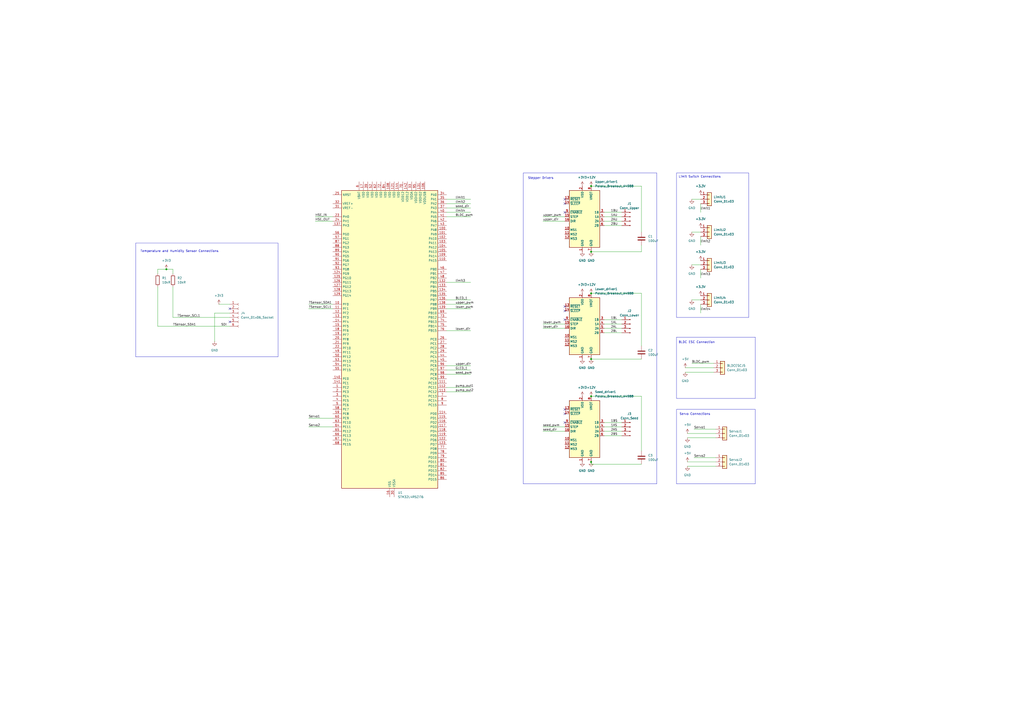
<source format=kicad_sch>
(kicad_sch (version 20231120) (generator "eeschema") (generator_version "8.0")
  (paper "A2")
  (lib_symbols
    (symbol "Connector:Conn_01x04_Pin" (pin_names (offset 1.016) hide)
      (property "Reference" "J" (at 0 5.08 0))
      (property "Value" "Conn_01x04_Pin" (at 0 -7.62 0))
      (symbol "Conn_01x04_Pin_1_1"
        (polyline (pts (xy 1.27 -5.08) (xy 0.8636 -5.08)) (stroke (width 0.1524)))
        (polyline (pts (xy 1.27 -2.54) (xy 0.8636 -2.54)) (stroke (width 0.1524)))
        (polyline (pts (xy 1.27 0) (xy 0.8636 0)) (stroke (width 0.1524)))
        (polyline (pts (xy 1.27 2.54) (xy 0.8636 2.54)) (stroke (width 0.1524)))
        (rectangle (start 0.8636 -4.953) (end 0 -5.207) (stroke (width 0.1524)) (fill (type outline)))
        (rectangle (start 0.8636 -2.413) (end 0 -2.667) (stroke (width 0.1524)) (fill (type outline)))
        (rectangle (start 0.8636 0.127) (end 0 -0.127) (stroke (width 0.1524)) (fill (type outline)))
        (rectangle (start 0.8636 2.667) (end 0 2.413) (stroke (width 0.1524)) (fill (type outline)))
        (pin passive line (at 5.08 2.54 180) (length 3.81) (name "Pin_1") (number "1"))
        (pin passive line (at 5.08 0 180) (length 3.81) (name "Pin_2") (number "2"))
        (pin passive line (at 5.08 -2.54 180) (length 3.81) (name "Pin_3") (number "3"))
        (pin passive line (at 5.08 -5.08 180) (length 3.81) (name "Pin_4") (number "4"))
      )
    )
    (symbol "Connector:Conn_01x06_Socket" (pin_names (offset 1.016) hide)
      (property "Reference" "J" (at 0 7.62 0))
      (property "Value" "Conn_01x06_Socket" (at 0 -10.16 0))
      (symbol "Conn_01x06_Socket_1_1"
        (arc (start 0 -7.112) (mid -0.5058 -7.62) (end 0 -8.128) (stroke (width 0.1524)))
        (arc (start 0 -4.572) (mid -0.5058 -5.08) (end 0 -5.588) (stroke (width 0.1524)))
        (arc (start 0 -2.032) (mid -0.5058 -2.54) (end 0 -3.048) (stroke (width 0.1524)))
        (polyline (pts (xy -1.27 -7.62) (xy -0.508 -7.62)) (stroke (width 0.1524)))
        (polyline (pts (xy -1.27 -5.08) (xy -0.508 -5.08)) (stroke (width 0.1524)))
        (polyline (pts (xy -1.27 -2.54) (xy -0.508 -2.54)) (stroke (width 0.1524)))
        (polyline (pts (xy -1.27 0) (xy -0.508 0)) (stroke (width 0.1524)))
        (polyline (pts (xy -1.27 2.54) (xy -0.508 2.54)) (stroke (width 0.1524)))
        (polyline (pts (xy -1.27 5.08) (xy -0.508 5.08)) (stroke (width 0.1524)))
        (arc (start 0 0.508) (mid -0.5058 0) (end 0 -0.508) (stroke (width 0.1524)))
        (arc (start 0 3.048) (mid -0.5058 2.54) (end 0 2.032) (stroke (width 0.1524)))
        (arc (start 0 5.588) (mid -0.5058 5.08) (end 0 4.572) (stroke (width 0.1524)))
        (pin passive line (at -5.08 5.08 0) (length 3.81) (name "Pin_1") (number "1"))
        (pin passive line (at -5.08 2.54 0) (length 3.81) (name "Pin_2") (number "2"))
        (pin passive line (at -5.08 0 0) (length 3.81) (name "Pin_3") (number "3"))
        (pin passive line (at -5.08 -2.54 0) (length 3.81) (name "Pin_4") (number "4"))
        (pin passive line (at -5.08 -5.08 0) (length 3.81) (name "Pin_5") (number "5"))
        (pin passive line (at -5.08 -7.62 0) (length 3.81) (name "Pin_6") (number "6"))
      )
    )
    (symbol "Connector_Generic:Conn_01x03" (pin_names (offset 1.016) hide)
      (property "Reference" "J" (at 0 5.08 0))
      (property "Value" "Conn_01x03" (at 0 -5.08 0))
      (symbol "Conn_01x03_1_1"
        (rectangle (start -1.27 -2.413) (end 0 -2.667) (stroke (width 0.1524)))
        (rectangle (start -1.27 0.127) (end 0 -0.127) (stroke (width 0.1524)))
        (rectangle (start -1.27 2.667) (end 0 2.413) (stroke (width 0.1524)))
        (rectangle (start -1.27 3.81) (end 1.27 -3.81) (stroke (width 0.254)) (fill (type background)))
        (pin passive line (at -5.08 2.54 0) (length 3.81) (name "Pin_1") (number "1"))
        (pin passive line (at -5.08 0 0) (length 3.81) (name "Pin_2") (number "2"))
        (pin passive line (at -5.08 -2.54 0) (length 3.81) (name "Pin_3") (number "3"))
      )
    )
    (symbol "Device:C" (pin_numbers hide) (pin_names (offset 0.254))
      (property "Reference" "C" (at 0.635 2.54 0))
      (property "Value" "C" (at 0.635 -2.54 0))
      (symbol "C_0_1"
        (polyline (pts (xy -2.032 -0.762) (xy 2.032 -0.762)) (stroke (width 0.508)))
        (polyline (pts (xy -2.032 0.762) (xy 2.032 0.762)) (stroke (width 0.508)))
      )
      (symbol "C_1_1"
        (pin passive line (at 0 3.81 270) (length 2.794) (name "~") (number "1"))
        (pin passive line (at 0 -3.81 90) (length 2.794) (name "~") (number "2"))
      )
    )
    (symbol "Device:R" (pin_numbers hide) (pin_names (offset 0))
      (property "Reference" "R" (at 2.032 0 90))
      (property "Value" "R" (at 0 0 90))
      (symbol "R_0_1"
        (rectangle (start -1.016 -2.54) (end 1.016 2.54) (stroke (width 0.254)))
      )
      (symbol "R_1_1"
        (pin passive line (at 0 3.81 270) (length 1.27) (name "~") (number "1"))
        (pin passive line (at 0 -3.81 90) (length 1.27) (name "~") (number "2"))
      )
    )
    (symbol "Driver_Motor:Pololu_Breakout_A4988"
      (property "Reference" "A" (at -2.54 19.05 0))
      (property "Value" "Pololu_Breakout_A4988" (at -2.54 16.51 0))
      (symbol "Pololu_Breakout_A4988_0_1"
        (rectangle (start 10.16 -17.78) (end -7.62 15.24) (stroke (width 0.254)) (fill (type background)))
      )
      (symbol "Pololu_Breakout_A4988_1_1"
        (pin power_in line (at 0 -20.32 90) (length 2.54) (name "GND") (number "1"))
        (pin input line (at -10.16 -7.62 0) (length 2.54) (name "MS1") (number "10"))
        (pin input line (at -10.16 -10.16 0) (length 2.54) (name "MS2") (number "11"))
        (pin input line (at -10.16 -12.7 0) (length 2.54) (name "MS3") (number "12"))
        (pin input line (at -10.16 10.16 0) (length 2.54) (name "~{RESET}") (number "13"))
        (pin input line (at -10.16 7.62 0) (length 2.54) (name "~{SLEEP}") (number "14"))
        (pin input line (at -10.16 0 0) (length 2.54) (name "STEP") (number "15"))
        (pin input line (at -10.16 -2.54 0) (length 2.54) (name "DIR") (number "16"))
        (pin power_in line (at 0 17.78 270) (length 2.54) (name "VDD") (number "2"))
        (pin output line (at 12.7 2.54 180) (length 2.54) (name "1B") (number "3"))
        (pin output line (at 12.7 0 180) (length 2.54) (name "1A") (number "4"))
        (pin output line (at 12.7 -2.54 180) (length 2.54) (name "2A") (number "5"))
        (pin output line (at 12.7 -5.08 180) (length 2.54) (name "2B") (number "6"))
        (pin power_in line (at 5.08 -20.32 90) (length 2.54) (name "GND") (number "7"))
        (pin power_in line (at 5.08 17.78 270) (length 2.54) (name "VMOT") (number "8"))
        (pin input line (at -10.16 2.54 0) (length 2.54) (name "~{ENABLE}") (number "9"))
      )
    )
    (symbol "MCU_ST_STM32L4:STM32L4R5ZITxP"
      (property "Reference" "U" (at -27.94 87.63 0))
      (property "Value" "STM32L4R5ZITxP" (at 22.86 87.63 0))
      (symbol "STM32L4R5ZITxP_0_1"
        (rectangle (start -27.94 -86.36) (end 27.94 86.36) (stroke (width 0.254)) (fill (type background)))
      )
      (symbol "STM32L4R5ZITxP_1_1"
        (pin bidirectional line (at -33.02 -27.94 0) (length 5.08) (name "PE2") (number "1"))
        (pin bidirectional line (at -33.02 20.32 0) (length 5.08) (name "PF0") (number "10"))
        (pin bidirectional line (at 33.02 63.5 180) (length 5.08) (name "PA8") (number "100"))
        (pin bidirectional line (at 33.02 60.96 180) (length 5.08) (name "PA9") (number "101"))
        (pin bidirectional line (at 33.02 58.42 180) (length 5.08) (name "PA10") (number "102"))
        (pin bidirectional line (at 33.02 55.88 180) (length 5.08) (name "PA11") (number "103"))
        (pin bidirectional line (at 33.02 53.34 180) (length 5.08) (name "PA12") (number "104"))
        (pin bidirectional line (at 33.02 50.8 180) (length 5.08) (name "PA13") (number "105"))
        (pin power_in line (at 20.32 91.44 270) (length 5.08) (name "VDDUSB") (number "106"))
        (pin passive line (at 0 -91.44 90) (length 5.08) hide (name "VSS") (number "107"))
        (pin power_in line (at 0 91.44 270) (length 5.08) (name "VDD") (number "108"))
        (pin bidirectional line (at 33.02 48.26 180) (length 5.08) (name "PA14") (number "109"))
        (pin bidirectional line (at -33.02 17.78 0) (length 5.08) (name "PF1") (number "11"))
        (pin bidirectional line (at 33.02 45.72 180) (length 5.08) (name "PA15") (number "110"))
        (pin bidirectional line (at 33.02 -25.4 180) (length 5.08) (name "PC10") (number "111"))
        (pin bidirectional line (at 33.02 -27.94 180) (length 5.08) (name "PC11") (number "112"))
        (pin bidirectional line (at 33.02 -30.48 180) (length 5.08) (name "PC12") (number "113"))
        (pin bidirectional line (at 33.02 -43.18 180) (length 5.08) (name "PD0") (number "114"))
        (pin bidirectional line (at 33.02 -45.72 180) (length 5.08) (name "PD1") (number "115"))
        (pin bidirectional line (at 33.02 -48.26 180) (length 5.08) (name "PD2") (number "116"))
        (pin bidirectional line (at 33.02 -50.8 180) (length 5.08) (name "PD3") (number "117"))
        (pin bidirectional line (at 33.02 -53.34 180) (length 5.08) (name "PD4") (number "118"))
        (pin bidirectional line (at 33.02 -55.88 180) (length 5.08) (name "PD5") (number "119"))
        (pin bidirectional line (at -33.02 15.24 0) (length 5.08) (name "PF2") (number "12"))
        (pin passive line (at 0 -91.44 90) (length 5.08) hide (name "VSS") (number "120"))
        (pin power_in line (at 2.54 91.44 270) (length 5.08) (name "VDD") (number "121"))
        (pin bidirectional line (at 33.02 -58.42 180) (length 5.08) (name "PD6") (number "122"))
        (pin bidirectional line (at 33.02 -60.96 180) (length 5.08) (name "PD7") (number "123"))
        (pin bidirectional line (at -33.02 38.1 0) (length 5.08) (name "PG9") (number "124"))
        (pin bidirectional line (at -33.02 35.56 0) (length 5.08) (name "PG10") (number "125"))
        (pin bidirectional line (at -33.02 33.02 0) (length 5.08) (name "PG11") (number "126"))
        (pin bidirectional line (at -33.02 30.48 0) (length 5.08) (name "PG12") (number "127"))
        (pin bidirectional line (at -33.02 27.94 0) (length 5.08) (name "PG13") (number "128"))
        (pin bidirectional line (at -33.02 25.4 0) (length 5.08) (name "PG14") (number "129"))
        (pin bidirectional line (at -33.02 12.7 0) (length 5.08) (name "PF3") (number "13"))
        (pin passive line (at 0 -91.44 90) (length 5.08) hide (name "VSS") (number "130"))
        (pin power_in line (at 17.78 91.44 270) (length 5.08) (name "VDDIO2") (number "131"))
        (pin bidirectional line (at 33.02 33.02 180) (length 5.08) (name "PB3") (number "132"))
        (pin bidirectional line (at 33.02 30.48 180) (length 5.08) (name "PB4") (number "133"))
        (pin bidirectional line (at 33.02 27.94 180) (length 5.08) (name "PB5") (number "134"))
        (pin bidirectional line (at 33.02 25.4 180) (length 5.08) (name "PB6") (number "135"))
        (pin bidirectional line (at 33.02 22.86 180) (length 5.08) (name "PB7") (number "136"))
        (pin bidirectional line (at -33.02 66.04 0) (length 5.08) (name "PH3") (number "137"))
        (pin bidirectional line (at 33.02 20.32 180) (length 5.08) (name "PB8") (number "138"))
        (pin bidirectional line (at 33.02 17.78 180) (length 5.08) (name "PB9") (number "139"))
        (pin bidirectional line (at -33.02 10.16 0) (length 5.08) (name "PF4") (number "14"))
        (pin bidirectional line (at -33.02 -22.86 0) (length 5.08) (name "PE0") (number "140"))
        (pin bidirectional line (at -33.02 -25.4 0) (length 5.08) (name "PE1") (number "141"))
        (pin power_in line (at 10.16 91.44 270) (length 5.08) (name "VDD12") (number "142"))
        (pin passive line (at 0 -91.44 90) (length 5.08) hide (name "VSS") (number "143"))
        (pin power_in line (at 5.08 91.44 270) (length 5.08) (name "VDD") (number "144"))
        (pin bidirectional line (at -33.02 7.62 0) (length 5.08) (name "PF5") (number "15"))
        (pin power_in line (at 0 -91.44 90) (length 5.08) (name "VSS") (number "16"))
        (pin power_in line (at -15.24 91.44 270) (length 5.08) (name "VDD") (number "17"))
        (pin bidirectional line (at -33.02 5.08 0) (length 5.08) (name "PF6") (number "18"))
        (pin bidirectional line (at -33.02 2.54 0) (length 5.08) (name "PF7") (number "19"))
        (pin bidirectional line (at -33.02 -30.48 0) (length 5.08) (name "PE3") (number "2"))
        (pin bidirectional line (at -33.02 0 0) (length 5.08) (name "PF8") (number "20"))
        (pin bidirectional line (at -33.02 -2.54 0) (length 5.08) (name "PF9") (number "21"))
        (pin bidirectional line (at -33.02 -5.08 0) (length 5.08) (name "PF10") (number "22"))
        (pin bidirectional line (at -33.02 71.12 0) (length 5.08) (name "PH0") (number "23"))
        (pin bidirectional line (at -33.02 68.58 0) (length 5.08) (name "PH1") (number "24"))
        (pin input line (at -33.02 83.82 0) (length 5.08) (name "NRST") (number "25"))
        (pin bidirectional line (at 33.02 0 180) (length 5.08) (name "PC0") (number "26"))
        (pin bidirectional line (at 33.02 -2.54 180) (length 5.08) (name "PC1") (number "27"))
        (pin bidirectional line (at 33.02 -5.08 180) (length 5.08) (name "PC2") (number "28"))
        (pin bidirectional line (at 33.02 -7.62 180) (length 5.08) (name "PC3") (number "29"))
        (pin bidirectional line (at -33.02 -33.02 0) (length 5.08) (name "PE4") (number "3"))
        (pin power_in line (at 2.54 -91.44 90) (length 5.08) (name "VSSA") (number "30"))
        (pin input line (at -33.02 76.2 0) (length 5.08) (name "VREF-") (number "31"))
        (pin input line (at -33.02 78.74 0) (length 5.08) (name "VREF+") (number "32"))
        (pin power_in line (at 12.7 91.44 270) (length 5.08) (name "VDDA") (number "33"))
        (pin bidirectional line (at 33.02 83.82 180) (length 5.08) (name "PA0") (number "34"))
        (pin bidirectional line (at 33.02 81.28 180) (length 5.08) (name "PA1") (number "35"))
        (pin bidirectional line (at 33.02 78.74 180) (length 5.08) (name "PA2") (number "36"))
        (pin bidirectional line (at 33.02 76.2 180) (length 5.08) (name "PA3") (number "37"))
        (pin passive line (at 0 -91.44 90) (length 5.08) hide (name "VSS") (number "38"))
        (pin power_in line (at -12.7 91.44 270) (length 5.08) (name "VDD") (number "39"))
        (pin bidirectional line (at -33.02 -35.56 0) (length 5.08) (name "PE5") (number "4"))
        (pin bidirectional line (at 33.02 73.66 180) (length 5.08) (name "PA4") (number "40"))
        (pin bidirectional line (at 33.02 71.12 180) (length 5.08) (name "PA5") (number "41"))
        (pin bidirectional line (at 33.02 68.58 180) (length 5.08) (name "PA6") (number "42"))
        (pin bidirectional line (at 33.02 66.04 180) (length 5.08) (name "PA7") (number "43"))
        (pin bidirectional line (at 33.02 -10.16 180) (length 5.08) (name "PC4") (number "44"))
        (pin bidirectional line (at 33.02 -12.7 180) (length 5.08) (name "PC5") (number "45"))
        (pin bidirectional line (at 33.02 40.64 180) (length 5.08) (name "PB0") (number "46"))
        (pin bidirectional line (at 33.02 38.1 180) (length 5.08) (name "PB1") (number "47"))
        (pin bidirectional line (at 33.02 35.56 180) (length 5.08) (name "PB2") (number "48"))
        (pin bidirectional line (at -33.02 -7.62 0) (length 5.08) (name "PF11") (number "49"))
        (pin bidirectional line (at -33.02 -38.1 0) (length 5.08) (name "PE6") (number "5"))
        (pin bidirectional line (at -33.02 -10.16 0) (length 5.08) (name "PF12") (number "50"))
        (pin passive line (at 0 -91.44 90) (length 5.08) hide (name "VSS") (number "51"))
        (pin power_in line (at -10.16 91.44 270) (length 5.08) (name "VDD") (number "52"))
        (pin bidirectional line (at -33.02 -12.7 0) (length 5.08) (name "PF13") (number "53"))
        (pin bidirectional line (at -33.02 -15.24 0) (length 5.08) (name "PF14") (number "54"))
        (pin bidirectional line (at -33.02 -17.78 0) (length 5.08) (name "PF15") (number "55"))
        (pin bidirectional line (at -33.02 60.96 0) (length 5.08) (name "PG0") (number "56"))
        (pin bidirectional line (at -33.02 58.42 0) (length 5.08) (name "PG1") (number "57"))
        (pin bidirectional line (at -33.02 -40.64 0) (length 5.08) (name "PE7") (number "58"))
        (pin bidirectional line (at -33.02 -43.18 0) (length 5.08) (name "PE8") (number "59"))
        (pin power_in line (at -17.78 91.44 270) (length 5.08) (name "VBAT") (number "6"))
        (pin bidirectional line (at -33.02 -45.72 0) (length 5.08) (name "PE9") (number "60"))
        (pin passive line (at 0 -91.44 90) (length 5.08) hide (name "VSS") (number "61"))
        (pin power_in line (at -7.62 91.44 270) (length 5.08) (name "VDD") (number "62"))
        (pin bidirectional line (at -33.02 -48.26 0) (length 5.08) (name "PE10") (number "63"))
        (pin bidirectional line (at -33.02 -50.8 0) (length 5.08) (name "PE11") (number "64"))
        (pin bidirectional line (at -33.02 -53.34 0) (length 5.08) (name "PE12") (number "65"))
        (pin bidirectional line (at -33.02 -55.88 0) (length 5.08) (name "PE13") (number "66"))
        (pin bidirectional line (at -33.02 -58.42 0) (length 5.08) (name "PE14") (number "67"))
        (pin bidirectional line (at -33.02 -60.96 0) (length 5.08) (name "PE15") (number "68"))
        (pin bidirectional line (at 33.02 15.24 180) (length 5.08) (name "PB10") (number "69"))
        (pin bidirectional line (at 33.02 -33.02 180) (length 5.08) (name "PC13") (number "7"))
        (pin power_in line (at 7.62 91.44 270) (length 5.08) (name "VDD12") (number "70"))
        (pin passive line (at 0 -91.44 90) (length 5.08) hide (name "VSS") (number "71"))
        (pin power_in line (at -5.08 91.44 270) (length 5.08) (name "VDD") (number "72"))
        (pin bidirectional line (at 33.02 12.7 180) (length 5.08) (name "PB12") (number "73"))
        (pin bidirectional line (at 33.02 10.16 180) (length 5.08) (name "PB13") (number "74"))
        (pin bidirectional line (at 33.02 7.62 180) (length 5.08) (name "PB14") (number "75"))
        (pin bidirectional line (at 33.02 5.08 180) (length 5.08) (name "PB15") (number "76"))
        (pin bidirectional line (at 33.02 -63.5 180) (length 5.08) (name "PD8") (number "77"))
        (pin bidirectional line (at 33.02 -66.04 180) (length 5.08) (name "PD9") (number "78"))
        (pin bidirectional line (at 33.02 -68.58 180) (length 5.08) (name "PD10") (number "79"))
        (pin bidirectional line (at 33.02 -35.56 180) (length 5.08) (name "PC14") (number "8"))
        (pin bidirectional line (at 33.02 -71.12 180) (length 5.08) (name "PD11") (number "80"))
        (pin bidirectional line (at 33.02 -73.66 180) (length 5.08) (name "PD12") (number "81"))
        (pin bidirectional line (at 33.02 -76.2 180) (length 5.08) (name "PD13") (number "82"))
        (pin passive line (at 0 -91.44 90) (length 5.08) hide (name "VSS") (number "83"))
        (pin power_in line (at -2.54 91.44 270) (length 5.08) (name "VDD") (number "84"))
        (pin bidirectional line (at 33.02 -78.74 180) (length 5.08) (name "PD14") (number "85"))
        (pin bidirectional line (at 33.02 -81.28 180) (length 5.08) (name "PD15") (number "86"))
        (pin bidirectional line (at -33.02 55.88 0) (length 5.08) (name "PG2") (number "87"))
        (pin bidirectional line (at -33.02 53.34 0) (length 5.08) (name "PG3") (number "88"))
        (pin bidirectional line (at -33.02 50.8 0) (length 5.08) (name "PG4") (number "89"))
        (pin bidirectional line (at 33.02 -38.1 180) (length 5.08) (name "PC15") (number "9"))
        (pin bidirectional line (at -33.02 48.26 0) (length 5.08) (name "PG5") (number "90"))
        (pin bidirectional line (at -33.02 45.72 0) (length 5.08) (name "PG6") (number "91"))
        (pin bidirectional line (at -33.02 43.18 0) (length 5.08) (name "PG7") (number "92"))
        (pin bidirectional line (at -33.02 40.64 0) (length 5.08) (name "PG8") (number "93"))
        (pin passive line (at 0 -91.44 90) (length 5.08) hide (name "VSS") (number "94"))
        (pin power_in line (at 15.24 91.44 270) (length 5.08) (name "VDDIO2") (number "95"))
        (pin bidirectional line (at 33.02 -15.24 180) (length 5.08) (name "PC6") (number "96"))
        (pin bidirectional line (at 33.02 -17.78 180) (length 5.08) (name "PC7") (number "97"))
        (pin bidirectional line (at 33.02 -20.32 180) (length 5.08) (name "PC8") (number "98"))
        (pin bidirectional line (at 33.02 -22.86 180) (length 5.08) (name "PC9") (number "99"))
      )
    )
    (symbol "power:+12V" (power) (pin_numbers hide) (pin_names (offset 0) hide)
      (property "Value" "+12V" (at 0 3.556 0))
      (symbol "+12V_0_1"
        (polyline (pts (xy -0.762 1.27) (xy 0 2.54)))
        (polyline (pts (xy 0 0) (xy 0 2.54)))
        (polyline (pts (xy 0 2.54) (xy 0.762 1.27)))
      )
      (symbol "+12V_1_1"
        (pin power_in line (at 0 0 90) (length 0) (name "~") (number "1"))
      )
    )
    (symbol "power:+3.3V" (power) (pin_numbers hide) (pin_names (offset 0) hide)
      (property "Value" "+3.3V" (at 0 3.556 0))
      (symbol "+3.3V_0_1"
        (polyline (pts (xy -0.762 1.27) (xy 0 2.54)))
        (polyline (pts (xy 0 0) (xy 0 2.54)))
        (polyline (pts (xy 0 2.54) (xy 0.762 1.27)))
      )
      (symbol "+3.3V_1_1"
        (pin power_in line (at 0 0 90) (length 0) (name "~") (number "1"))
      )
    )
    (symbol "power:+3V3" (power) (pin_numbers hide) (pin_names (offset 0) hide)
      (property "Value" "+3V3" (at 0 3.556 0))
      (symbol "+3V3_0_1"
        (polyline (pts (xy -0.762 1.27) (xy 0 2.54)))
        (polyline (pts (xy 0 0) (xy 0 2.54)))
        (polyline (pts (xy 0 2.54) (xy 0.762 1.27)))
      )
      (symbol "+3V3_1_1"
        (pin power_in line (at 0 0 90) (length 0) (name "~") (number "1"))
      )
    )
    (symbol "power:+5V" (power) (pin_numbers hide) (pin_names (offset 0) hide)
      (property "Value" "+5V" (at 0 3.556 0))
      (symbol "+5V_0_1"
        (polyline (pts (xy -0.762 1.27) (xy 0 2.54)))
        (polyline (pts (xy 0 0) (xy 0 2.54)))
        (polyline (pts (xy 0 2.54) (xy 0.762 1.27)))
      )
      (symbol "+5V_1_1"
        (pin power_in line (at 0 0 90) (length 0) (name "~") (number "1"))
      )
    )
    (symbol "power:GND" (power) (pin_numbers hide) (pin_names (offset 0) hide)
      (property "Value" "GND" (at 0 -3.81 0))
      (symbol "GND_0_1"
        (polyline (pts (xy 0 0) (xy 0 -1.27) (xy 1.27 -1.27) (xy 0 -2.54) (xy -1.27 -1.27) (xy 0 -1.27)))
      )
      (symbol "GND_1_1"
        (pin power_in line (at 0 0 270) (length 0) (name "~") (number "1"))
      )
    )
  )
  (junction (at 96.52 156.21))
  (junction (at 342.9 107.95))
  (junction (at 342.9 208.28))
  (junction (at 342.9 229.87))
  (junction (at 342.9 267.97))
  (junction (at 342.9 146.05))
  (junction (at 342.9 170.18))
  (no_connect (at 327.66 237.49))
  (no_connect (at 327.66 245.11))
  (no_connect (at 133.35 186.69))
  (no_connect (at 327.66 240.03))
  (no_connect (at 327.66 123.19))
  (no_connect (at 327.66 115.57))
  (no_connect (at 327.66 177.8))
  (no_connect (at 133.35 179.07))
  (no_connect (at 327.66 118.11))
  (no_connect (at 327.66 185.42))
  (no_connect (at 327.66 180.34))
  (wire (pts (xy 372.11 146.05) (xy 372.11 142.24)))
  (wire (pts (xy 179.07 179.07) (xy 193.04 179.07)))
  (wire (pts (xy 259.08 217.17) (xy 273.05 217.17)))
  (wire (pts (xy 360.68 130.81) (xy 350.52 130.81)))
  (wire (pts (xy 182.88 125.73) (xy 193.04 125.73)))
  (wire (pts (xy 259.08 191.77) (xy 273.05 191.77)))
  (wire (pts (xy 314.96 247.65) (xy 327.66 247.65)))
  (wire (pts (xy 406.4 176.53) (xy 406.4 181.61)))
  (wire (pts (xy 360.68 187.96) (xy 350.52 187.96)))
  (wire (pts (xy 401.32 153.67) (xy 406.4 153.67)))
  (wire (pts (xy 398.78 254) (xy 415.29 254)))
  (wire (pts (xy 372.11 261.62) (xy 372.11 229.87)))
  (wire (pts (xy 179.07 242.57) (xy 193.04 242.57)))
  (wire (pts (xy 91.44 156.21) (xy 91.44 158.75)))
  (wire (pts (xy 401.32 115.57) (xy 406.4 115.57)))
  (wire (pts (xy 402.59 265.43) (xy 415.29 265.43)))
  (wire (pts (xy 360.68 190.5) (xy 350.52 190.5)))
  (wire (pts (xy 342.9 269.24) (xy 342.9 267.97)))
  (wire (pts (xy 179.07 176.53) (xy 193.04 176.53)))
  (wire (pts (xy 401.32 210.82) (xy 414.02 210.82)))
  (wire (pts (xy 182.88 128.27) (xy 193.04 128.27)))
  (wire (pts (xy 124.46 181.61) (xy 133.35 181.61)))
  (wire (pts (xy 372.11 107.95) (xy 372.11 134.62)))
  (wire (pts (xy 259.08 227.33) (xy 273.05 227.33)))
  (wire (pts (xy 397.51 213.36) (xy 414.02 213.36)))
  (wire (pts (xy 360.68 245.11) (xy 350.52 245.11)))
  (wire (pts (xy 96.52 156.21) (xy 100.33 156.21)))
  (wire (pts (xy 259.08 173.99) (xy 273.05 173.99)))
  (wire (pts (xy 259.08 179.07) (xy 273.05 179.07)))
  (wire (pts (xy 360.68 250.19) (xy 350.52 250.19)))
  (wire (pts (xy 259.08 118.11) (xy 273.05 118.11)))
  (wire (pts (xy 360.68 185.42) (xy 350.52 185.42)))
  (wire (pts (xy 342.9 170.18) (xy 372.11 170.18)))
  (wire (pts (xy 259.08 163.83) (xy 273.05 163.83)))
  (wire (pts (xy 314.96 125.73) (xy 327.66 125.73)))
  (wire (pts (xy 360.68 125.73) (xy 350.52 125.73)))
  (wire (pts (xy 372.11 229.87) (xy 342.9 229.87)))
  (wire (pts (xy 360.68 252.73) (xy 350.52 252.73)))
  (wire (pts (xy 398.78 251.46) (xy 415.29 251.46)))
  (wire (pts (xy 342.9 208.28) (xy 372.11 208.28)))
  (wire (pts (xy 360.68 247.65) (xy 350.52 247.65)))
  (wire (pts (xy 372.11 269.24) (xy 342.9 269.24)))
  (wire (pts (xy 401.32 134.62) (xy 406.4 134.62)))
  (wire (pts (xy 100.33 156.21) (xy 100.33 158.75)))
  (wire (pts (xy 342.9 107.95) (xy 372.11 107.95)))
  (wire (pts (xy 314.96 128.27) (xy 327.66 128.27)))
  (wire (pts (xy 259.08 120.65) (xy 273.05 120.65)))
  (wire (pts (xy 342.9 146.05) (xy 372.11 146.05)))
  (wire (pts (xy 100.33 184.15) (xy 133.35 184.15)))
  (wire (pts (xy 398.78 267.97) (xy 415.29 267.97)))
  (wire (pts (xy 402.59 248.92) (xy 415.29 248.92)))
  (wire (pts (xy 259.08 123.19) (xy 273.05 123.19)))
  (wire (pts (xy 398.78 270.51) (xy 415.29 270.51)))
  (wire (pts (xy 91.44 189.23) (xy 133.35 189.23)))
  (wire (pts (xy 100.33 184.15) (xy 100.33 166.37)))
  (wire (pts (xy 259.08 224.79) (xy 273.05 224.79)))
  (wire (pts (xy 259.08 125.73) (xy 273.05 125.73)))
  (wire (pts (xy 91.44 189.23) (xy 91.44 166.37)))
  (wire (pts (xy 406.4 156.21) (xy 406.4 161.29)))
  (wire (pts (xy 360.68 128.27) (xy 350.52 128.27)))
  (wire (pts (xy 259.08 176.53) (xy 273.05 176.53)))
  (wire (pts (xy 397.51 215.9) (xy 414.02 215.9)))
  (wire (pts (xy 179.07 247.65) (xy 193.04 247.65)))
  (wire (pts (xy 372.11 170.18) (xy 372.11 200.66)))
  (wire (pts (xy 124.46 198.12) (xy 124.46 181.61)))
  (wire (pts (xy 314.96 250.19) (xy 327.66 250.19)))
  (wire (pts (xy 259.08 115.57) (xy 273.05 115.57)))
  (wire (pts (xy 406.4 118.11) (xy 406.4 123.19)))
  (wire (pts (xy 259.08 212.09) (xy 273.05 212.09)))
  (wire (pts (xy 360.68 193.04) (xy 350.52 193.04)))
  (wire (pts (xy 314.96 187.96) (xy 327.66 187.96)))
  (wire (pts (xy 406.4 137.16) (xy 406.4 142.24)))
  (wire (pts (xy 259.08 214.63) (xy 273.05 214.63)))
  (wire (pts (xy 127 176.53) (xy 133.35 176.53)))
  (wire (pts (xy 401.32 173.99) (xy 406.4 173.99)))
  (wire (pts (xy 314.96 190.5) (xy 327.66 190.5)))
  (wire (pts (xy 96.52 156.21) (xy 91.44 156.21)))
  (wire (pts (xy 360.68 123.19) (xy 350.52 123.19)))
  (rectangle (start 392.43 195.58) (end 438.15 231.14))
  (rectangle (start 78.74 140.97) (end 161.29 207.01))
  (rectangle (start 392.43 237.49) (end 438.15 280.67))
  (rectangle (start 303.53 100.33) (end 381 280.67))
  (rectangle (start 392.43 100.33) (end 434.34 184.15))
  (text "Stepper Drivers" (at 313.69 103.378 0) (effects (font (size 1.27 1.27))))
  (text "BLDC ESC Connection" (at 404.114 198.628 0) (effects (font (size 1.27 1.27))))
  (text "Servo Connections\n" (at 403.098 240.284 0) (effects (font (size 1.27 1.27))))
  (text "Limit Switch Connections" (at 405.892 102.616 0) (effects (font (size 1.27 1.27))))
  (text "Temperature and Humidity Sensor Connections\n" (at 104.14 145.796 0) (effects (font (size 1.27 1.27))))
  (label "upper_pwm" (at 264.16 176.53 0))
  (label "lower_pwm" (at 314.96 187.96 0))
  (label "seed_dir" (at 314.96 250.19 0))
  (label "Servo1" (at 402.59 248.92 0))
  (label "limit2" (at 264.16 118.11 0))
  (label "1BL" (at 354.33 185.42 0))
  (label "seed_pwm" (at 314.96 247.65 0))
  (label "seed_dir" (at 264.16 120.65 0))
  (label "BLDC_pwm" (at 264.16 125.73 0))
  (label "Servo1" (at 179.07 242.57 0))
  (label "TSensor_SDA1" (at 179.07 176.53 0))
  (label "limit3" (at 264.16 163.83 0))
  (label "BLED_1" (at 264.16 173.99 0))
  (label "1BS" (at 354.33 245.11 0))
  (label "2BS" (at 354.33 252.73 0))
  (label "2AS" (at 354.33 250.19 0))
  (label "SDI" (at 128.27 189.23 0))
  (label "lower_dir" (at 314.96 190.5 0))
  (label "lower_pwm" (at 264.16 179.07 0))
  (label "1AL" (at 354.33 187.96 0))
  (label "Servo2" (at 179.07 247.65 0))
  (label "Servo2" (at 402.59 265.43 0))
  (label "pump_out2" (at 264.16 227.33 0))
  (label "HSE_OUT" (at 182.88 128.27 0))
  (label "limit1" (at 406.4 121.92 0))
  (label "limit1" (at 264.16 115.57 0))
  (label "upper_pwm" (at 314.96 125.73 0))
  (label "1AU" (at 354.33 125.73 0))
  (label "2BU" (at 354.33 130.81 0))
  (label "TSensor_SCL1" (at 102.87 184.15 0))
  (label "pump_out1" (at 264.16 224.79 0))
  (label "limit2" (at 406.4 140.97 0))
  (label "2AL" (at 354.33 190.5 0))
  (label "seed_pwm" (at 264.16 217.17 0))
  (label "2BL" (at 354.33 193.04 0))
  (label "2AU" (at 354.33 128.27 0))
  (label "limit3" (at 406.4 160.02 0))
  (label "upper_dir" (at 264.16 212.09 0))
  (label "upper_dir" (at 314.96 128.27 0))
  (label "GLED_1" (at 264.16 214.63 0))
  (label "1BU" (at 354.33 123.19 0))
  (label "HSE_IN" (at 182.88 125.73 0))
  (label "lower_dir" (at 264.16 191.77 0))
  (label "limit4" (at 406.4 180.34 0))
  (label "BLDC_pwm" (at 401.32 210.82 0))
  (label "1AS" (at 354.33 247.65 0))
  (label "TSensor_SCL1" (at 179.07 179.07 0))
  (label "TSensor_SDA1" (at 100.33 189.23 0))
  (label "limit4" (at 264.16 123.19 0))
  (symbol (lib_id "power:+12V") (at 342.9 229.87 0) (unit 1)
    (property "Reference" "#PWR012" (effects (hide yes)))
    (property "Value" "+12V" (at 342.9 224.79 0))
    (property "Description" "Power symbol creates a global label with name \"+12V\"" (effects (hide yes)))
  )
  (symbol (lib_id "power:GND") (at 398.78 270.51 0) (unit 1)
    (property "Reference" "#PWR026" (effects (hide yes)))
    (property "Value" "GND" (at 398.78 275.59 0))
    (property "Description" "Power symbol creates a global label with name \"GND\" , ground" (effects (hide yes)))
  )
  (symbol (lib_id "Connector:Conn_01x04_Pin") (at 365.76 247.65 0) (mirror y) (unit 1)
    (property "Reference" "J3" (at 365.125 240.03 0))
    (property "Value" "Conn_Seed" (at 365.125 242.57 0))
    (property "Description" "Generic connector, single row, 01x04, script generated" (effects (hide yes)))
  )
  (symbol (lib_id "Connector_Generic:Conn_01x03") (at 411.48 115.57 0) (unit 1)
    (property "Reference" "LimitJ1" (at 414.02 114.2999 0) (effects (justify left)))
    (property "Value" "Conn_01x03" (at 414.02 116.8399 0) (effects (justify left)))
    (property "Description" "Generic connector, single row, 01x03, script generated (kicad-library-utils/schlib/autogen/connector/)" (effects (hide yes)))
  )
  (symbol (lib_id "power:GND") (at 124.46 198.12 0) (unit 1)
    (property "Reference" "#PWR029" (effects (hide yes)))
    (property "Value" "GND" (at 124.46 203.2 0))
    (property "Description" "Power symbol creates a global label with name \"GND\" , ground" (effects (hide yes)))
  )
  (symbol (lib_id "power:+12V") (at 342.9 170.18 0) (unit 1)
    (property "Reference" "#PWR011" (effects (hide yes)))
    (property "Value" "+12V" (at 342.9 165.1 0))
    (property "Description" "Power symbol creates a global label with name \"+12V\"" (effects (hide yes)))
  )
  (symbol (lib_id "power:+3V3") (at 127 176.53 0) (unit 1)
    (property "Reference" "#PWR028" (effects (hide yes)))
    (property "Value" "+3V3" (at 127 171.45 0))
    (property "Description" "Power symbol creates a global label with name \"+3V3\"" (effects (hide yes)))
  )
  (symbol (lib_id "Device:C") (at 372.11 138.43 0) (unit 1)
    (property "Reference" "C1" (at 375.92 137.1599 0) (effects (justify left)))
    (property "Value" "100uF" (at 375.92 139.6999 0) (effects (justify left)))
    (property "Description" "Unpolarized capacitor" (effects (hide yes)))
  )
  (symbol (lib_id "power:GND") (at 401.32 173.99 0) (unit 1)
    (property "Reference" "#PWR020" (effects (hide yes)))
    (property "Value" "GND" (at 401.32 179.07 0))
    (property "Description" "Power symbol creates a global label with name \"GND\" , ground" (effects (hide yes)))
  )
  (symbol (lib_id "power:GND") (at 342.9 208.28 0) (unit 1)
    (property "Reference" "#PWR04" (effects (hide yes)))
    (property "Value" "GND" (at 342.9 213.36 0))
    (property "Description" "Power symbol creates a global label with name \"GND\" , ground" (effects (hide yes)))
  )
  (symbol (lib_id "power:+5V") (at 397.51 213.36 0) (unit 1)
    (property "Reference" "#PWR022" (effects (hide yes)))
    (property "Value" "+5V" (at 397.51 208.28 0))
    (property "Description" "Power symbol creates a global label with name \"+5V\"" (effects (hide yes)))
  )
  (symbol (lib_id "power:GND") (at 337.82 146.05 0) (unit 1)
    (property "Reference" "#PWR05" (effects (hide yes)))
    (property "Value" "GND" (at 337.82 151.13 0))
    (property "Description" "Power symbol creates a global label with name \"GND\" , ground" (effects (hide yes)))
  )
  (symbol (lib_id "Driver_Motor:Pololu_Breakout_A4988") (at 337.82 125.73 0) (unit 1)
    (property "Reference" "Upper_driver1" (at 345.0941 105.41 0) (effects (justify left)))
    (property "Value" "Pololu_Breakout_A4988" (at 345.0941 107.95 0) (effects (justify left)))
    (property "Footprint" "Module:Pololu_Breakout-16_15.2x20.3mm" (effects (hide yes)))
    (property "Datasheet" "https://www.pololu.com/product/2980/pictures" (effects (hide yes)))
    (property "Description" "Pololu Breakout Board, Stepper Driver A4988" (effects (hide yes)))
  )
  (symbol (lib_id "power:+3.3V") (at 406.4 171.45 0) (unit 1)
    (property "Reference" "#PWR016" (effects (hide yes)))
    (property "Value" "+3.3V" (at 406.4 166.37 0))
    (property "Description" "Power symbol creates a global label with name \"+3.3V\"" (effects (hide yes)))
  )
  (symbol (lib_id "power:+3.3V") (at 406.4 151.13 0) (unit 1)
    (property "Reference" "#PWR015" (effects (hide yes)))
    (property "Value" "+3.3V" (at 406.4 146.05 0))
    (property "Description" "Power symbol creates a global label with name \"+3.3V\"" (effects (hide yes)))
  )
  (symbol (lib_id "power:GND") (at 342.9 146.05 0) (unit 1)
    (property "Reference" "#PWR06" (effects (hide yes)))
    (property "Value" "GND" (at 342.9 151.13 0))
    (property "Description" "Power symbol creates a global label with name \"GND\" , ground" (effects (hide yes)))
  )
  (symbol (lib_id "MCU_ST_STM32L4:STM32L4R5ZITxP") (at 226.06 196.85 0) (unit 1)
    (property "Reference" "U1" (at 230.7941 285.75 0) (effects (justify left)))
    (property "Value" "STM32L4R5ZIT6" (at 230.7941 288.29 0) (effects (justify left)))
    (property "Footprint" "Package_QFP:LQFP-144_20x20mm_P0.5mm" (effects (hide yes)))
    (property "Datasheet" "https://www.st.com/resource/en/datasheet/stm32l4r5zi.pdf" (effects (hide yes)))
    (property "Description" "STMicroelectronics Arm Cortex-M4 MCU, 2048KB flash, 640KB RAM, 120 MHz, 1.71-3.6V, 113 GPIO, LQFP144" (effects (hide yes)))
  )
  (symbol (lib_id "power:+5V") (at 398.78 251.46 0) (unit 1)
    (property "Reference" "#PWR023" (effects (hide yes)))
    (property "Value" "+5V" (at 398.78 246.38 0))
    (property "Description" "Power symbol creates a global label with name \"+5V\"" (effects (hide yes)))
  )
  (symbol (lib_id "Connector:Conn_01x04_Pin") (at 365.76 125.73 0) (mirror y) (unit 1)
    (property "Reference" "J1" (at 365.125 118.11 0))
    (property "Value" "Conn_Upper" (at 365.125 120.65 0))
    (property "Description" "Generic connector, single row, 01x04, script generated" (effects (hide yes)))
  )
  (symbol (lib_id "Connector_Generic:Conn_01x03") (at 420.37 251.46 0) (unit 1)
    (property "Reference" "ServoJ1" (at 422.91 250.1899 0) (effects (justify left)))
    (property "Value" "Conn_01x03" (at 422.91 252.7299 0) (effects (justify left)))
    (property "Description" "Generic connector, single row, 01x03, script generated (kicad-library-utils/schlib/autogen/connector/)" (effects (hide yes)))
  )
  (symbol (lib_id "power:GND") (at 342.9 267.97 0) (unit 1)
    (property "Reference" "#PWR02" (effects (hide yes)))
    (property "Value" "GND" (at 342.9 273.05 0))
    (property "Description" "Power symbol creates a global label with name \"GND\" , ground" (effects (hide yes)))
  )
  (symbol (lib_id "Device:C") (at 372.11 204.47 0) (unit 1)
    (property "Reference" "C2" (at 375.92 203.1999 0) (effects (justify left)))
    (property "Value" "100uF" (at 375.92 205.7399 0) (effects (justify left)))
    (property "Description" "Unpolarized capacitor" (effects (hide yes)))
  )
  (symbol (lib_id "Connector_Generic:Conn_01x03") (at 411.48 134.62 0) (unit 1)
    (property "Reference" "LimitJ2" (at 414.02 133.3499 0) (effects (justify left)))
    (property "Value" "Conn_01x03" (at 414.02 135.8899 0) (effects (justify left)))
    (property "Description" "Generic connector, single row, 01x03, script generated (kicad-library-utils/schlib/autogen/connector/)" (effects (hide yes)))
  )
  (symbol (lib_id "power:GND") (at 337.82 267.97 0) (unit 1)
    (property "Reference" "#PWR01" (effects (hide yes)))
    (property "Value" "GND" (at 337.82 273.05 0))
    (property "Description" "Power symbol creates a global label with name \"GND\" , ground" (effects (hide yes)))
  )
  (symbol (lib_id "power:GND") (at 337.82 208.28 0) (unit 1)
    (property "Reference" "#PWR03" (effects (hide yes)))
    (property "Value" "GND" (at 337.82 213.36 0))
    (property "Description" "Power symbol creates a global label with name \"GND\" , ground" (effects (hide yes)))
  )
  (symbol (lib_id "Device:C") (at 372.11 265.43 0) (unit 1)
    (property "Reference" "C3" (at 375.92 264.1599 0) (effects (justify left)))
    (property "Value" "100uF" (at 375.92 266.6999 0) (effects (justify left)))
    (property "Description" "Unpolarized capacitor" (effects (hide yes)))
  )
  (symbol (lib_id "power:+3V3") (at 337.82 229.87 0) (unit 1)
    (property "Reference" "#PWR09" (effects (hide yes)))
    (property "Value" "+3V3" (at 337.82 224.79 0))
    (property "Description" "Power symbol creates a global label with name \"+3V3\"" (effects (hide yes)))
  )
  (symbol (lib_id "power:+3V3") (at 96.52 156.21 0) (unit 1)
    (property "Reference" "#PWR027" (effects (hide yes)))
    (property "Value" "+3V3" (at 96.52 151.13 0))
    (property "Description" "Power symbol creates a global label with name \"+3V3\"" (effects (hide yes)))
  )
  (symbol (lib_id "Device:R") (at 100.33 162.56 0) (unit 1)
    (property "Reference" "R2" (at 102.87 161.2899 0) (effects (justify left)))
    (property "Value" "10kR" (at 102.87 163.8299 0) (effects (justify left)))
    (property "Description" "Resistor" (effects (hide yes)))
  )
  (symbol (lib_id "Connector:Conn_01x04_Pin") (at 365.76 187.96 0) (mirror y) (unit 1)
    (property "Reference" "J2" (at 365.125 180.34 0))
    (property "Value" "Conn_Lower" (at 365.125 182.88 0))
    (property "Description" "Generic connector, single row, 01x04, script generated" (effects (hide yes)))
  )
  (symbol (lib_id "power:+3.3V") (at 406.4 132.08 0) (unit 1)
    (property "Reference" "#PWR014" (effects (hide yes)))
    (property "Value" "+3.3V" (at 406.4 127 0))
    (property "Description" "Power symbol creates a global label with name \"+3.3V\"" (effects (hide yes)))
  )
  (symbol (lib_id "power:+12V") (at 342.9 107.95 0) (unit 1)
    (property "Reference" "#PWR010" (effects (hide yes)))
    (property "Value" "+12V" (at 342.9 102.87 0))
    (property "Description" "Power symbol creates a global label with name \"+12V\"" (effects (hide yes)))
  )
  (symbol (lib_id "Connector:Conn_01x06_Socket") (at 138.43 181.61 0) (unit 1)
    (property "Reference" "J4" (at 139.7 181.6099 0) (effects (justify left)))
    (property "Value" "Conn_01x06_Socket" (at 139.7 184.1499 0) (effects (justify left)))
    (property "Description" "Generic connector, single row, 01x06, script generated" (effects (hide yes)))
  )
  (symbol (lib_id "Connector_Generic:Conn_01x03") (at 419.1 213.36 0) (unit 1)
    (property "Reference" "BLDCESCJ5" (at 421.64 212.0899 0) (effects (justify left)))
    (property "Value" "Conn_01x03" (at 421.64 214.6299 0) (effects (justify left)))
    (property "Description" "Generic connector, single row, 01x03, script generated (kicad-library-utils/schlib/autogen/connector/)" (effects (hide yes)))
  )
  (symbol (lib_id "Device:R") (at 91.44 162.56 0) (unit 1)
    (property "Reference" "R1" (at 93.98 161.2899 0) (effects (justify left)))
    (property "Value" "10kR" (at 93.98 163.8299 0) (effects (justify left)))
    (property "Description" "Resistor" (effects (hide yes)))
  )
  (symbol (lib_id "power:+3V3") (at 337.82 107.95 0) (unit 1)
    (property "Reference" "#PWR07" (effects (hide yes)))
    (property "Value" "+3V3" (at 337.82 102.87 0))
    (property "Description" "Power symbol creates a global label with name \"+3V3\"" (effects (hide yes)))
  )
  (symbol (lib_id "Connector_Generic:Conn_01x03") (at 420.37 267.97 0) (unit 1)
    (property "Reference" "ServoJ2" (at 422.91 266.6999 0) (effects (justify left)))
    (property "Value" "Conn_01x03" (at 422.91 269.2399 0) (effects (justify left)))
    (property "Description" "Generic connector, single row, 01x03, script generated (kicad-library-utils/schlib/autogen/connector/)" (effects (hide yes)))
  )
  (symbol (lib_id "Driver_Motor:Pololu_Breakout_A4988") (at 337.82 247.65 0) (unit 1)
    (property "Reference" "Seed_driver1" (at 345.0941 227.33 0) (effects (justify left)))
    (property "Value" "Pololu_Breakout_A4988" (at 345.0941 229.87 0) (effects (justify left)))
    (property "Footprint" "Module:Pololu_Breakout-16_15.2x20.3mm" (effects (hide yes)))
    (property "Datasheet" "https://www.pololu.com/product/2980/pictures" (effects (hide yes)))
    (property "Description" "Pololu Breakout Board, Stepper Driver A4988" (effects (hide yes)))
  )
  (symbol (lib_id "power:+5V") (at 398.78 267.97 0) (unit 1)
    (property "Reference" "#PWR025" (effects (hide yes)))
    (property "Value" "+5V" (at 398.78 262.89 0))
    (property "Description" "Power symbol creates a global label with name \"+5V\"" (effects (hide yes)))
  )
  (symbol (lib_id "power:GND") (at 401.32 134.62 0) (unit 1)
    (property "Reference" "#PWR018" (effects (hide yes)))
    (property "Value" "GND" (at 401.32 139.7 0))
    (property "Description" "Power symbol creates a global label with name \"GND\" , ground" (effects (hide yes)))
  )
  (symbol (lib_id "Connector_Generic:Conn_01x03") (at 411.48 153.67 0) (unit 1)
    (property "Reference" "LimitJ3" (at 414.02 152.3999 0) (effects (justify left)))
    (property "Value" "Conn_01x03" (at 414.02 154.9399 0) (effects (justify left)))
    (property "Description" "Generic connector, single row, 01x03, script generated (kicad-library-utils/schlib/autogen/connector/)" (effects (hide yes)))
  )
  (symbol (lib_id "power:+3V3") (at 337.82 170.18 0) (unit 1)
    (property "Reference" "#PWR08" (effects (hide yes)))
    (property "Value" "+3V3" (at 337.82 165.1 0))
    (property "Description" "Power symbol creates a global label with name \"+3V3\"" (effects (hide yes)))
  )
  (symbol (lib_id "Connector_Generic:Conn_01x03") (at 411.48 173.99 0) (unit 1)
    (property "Reference" "LimitJ4" (at 414.02 172.7199 0) (effects (justify left)))
    (property "Value" "Conn_01x03" (at 414.02 175.2599 0) (effects (justify left)))
    (property "Description" "Generic connector, single row, 01x03, script generated (kicad-library-utils/schlib/autogen/connector/)" (effects (hide yes)))
  )
  (symbol (lib_id "power:+3.3V") (at 406.4 113.03 0) (unit 1)
    (property "Reference" "#PWR013" (effects (hide yes)))
    (property "Value" "+3.3V" (at 406.4 107.95 0))
    (property "Description" "Power symbol creates a global label with name \"+3.3V\"" (effects (hide yes)))
  )
  (symbol (lib_id "power:GND") (at 401.32 153.67 0) (unit 1)
    (property "Reference" "#PWR019" (effects (hide yes)))
    (property "Value" "GND" (at 401.32 158.75 0))
    (property "Description" "Power symbol creates a global label with name \"GND\" , ground" (effects (hide yes)))
  )
  (symbol (lib_id "power:GND") (at 401.32 115.57 0) (unit 1)
    (property "Reference" "#PWR017" (effects (hide yes)))
    (property "Value" "GND" (at 401.32 120.65 0))
    (property "Description" "Power symbol creates a global label with name \"GND\" , ground" (effects (hide yes)))
  )
  (symbol (lib_id "power:GND") (at 397.51 215.9 0) (unit 1)
    (property "Reference" "#PWR021" (effects (hide yes)))
    (property "Value" "GND" (at 397.51 220.98 0))
    (property "Description" "Power symbol creates a global label with name \"GND\" , ground" (effects (hide yes)))
  )
  (symbol (lib_id "power:GND") (at 398.78 254 0) (unit 1)
    (property "Reference" "#PWR024" (effects (hide yes)))
    (property "Value" "GND" (at 398.78 259.08 0))
    (property "Description" "Power symbol creates a global label with name \"GND\" , ground" (effects (hide yes)))
  )
  (symbol (lib_id "Driver_Motor:Pololu_Breakout_A4988") (at 337.82 187.96 0) (unit 1)
    (property "Reference" "Lower_driver1" (at 345.0941 167.64 0) (effects (justify left)))
    (property "Value" "Pololu_Breakout_A4988" (at 345.0941 170.18 0) (effects (justify left)))
    (property "Footprint" "Module:Pololu_Breakout-16_15.2x20.3mm" (effects (hide yes)))
    (property "Datasheet" "https://www.pololu.com/product/2980/pictures" (effects (hide yes)))
    (property "Description" "Pololu Breakout Board, Stepper Driver A4988" (effects (hide yes)))
  )
)
</source>
